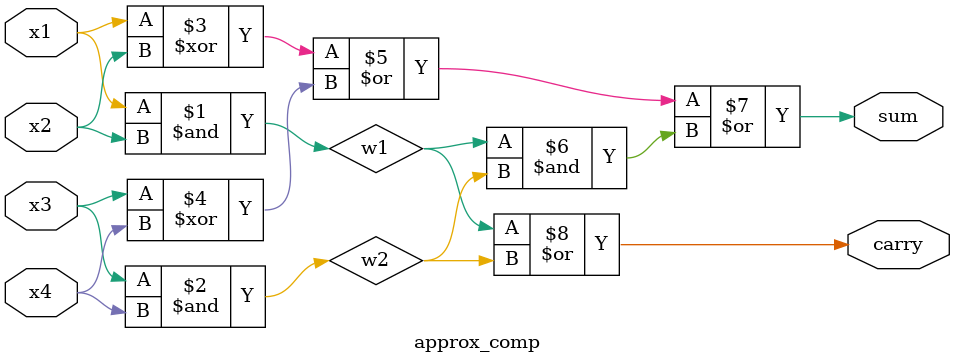
<source format=v>
module approx_comp ( input x1, x2, x3,x4, output sum, carry );
  
  wire w1,w2 ;
  
    assign
         w1    = x1 & x2 ,                          // temp value1
         w2    = x3 & x4 ,                          // temp value1
         sum   = (x1 ^ x2) | (x3 ^ x4) | (w1 & w2) ,//sum calculation
         carry = w1 | w2  ;                         //carry calculation
  
endmodule
</source>
